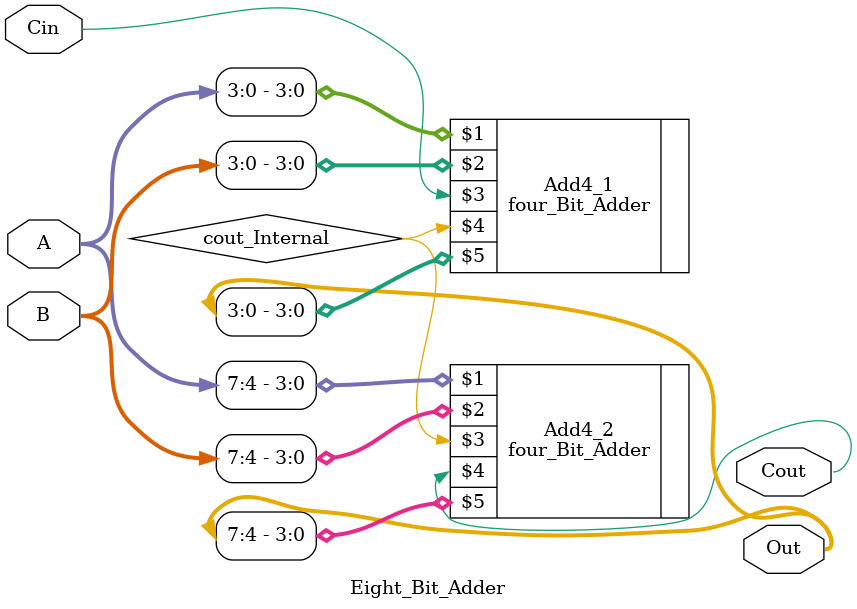
<source format=v>
`timescale 1ns / 1ps


module Eight_Bit_Adder(
    input [7:0] A,
    input [7:0] B,
    input Cin,
    output [7:0] Out,
    output Cout
    );

    wire cout_Internal;

    four_Bit_Adder Add4_1(A[3:0],B[3:0],Cin,cout_Internal,Out[3:0]);
    four_Bit_Adder Add4_2(A[7:4],B[7:4],cout_Internal,Cout,Out[7:4]);

endmodule

</source>
